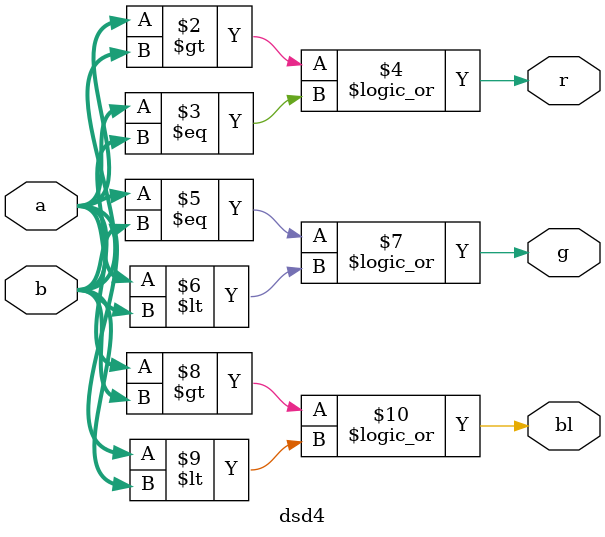
<source format=sv>
module dsd4(
 input logic [1:0] a,
 input logic [1:0] b,
 output logic r,
 output logic g,
 output logic bl
  );
  
 always_comb
  begin
  r = (a>b) || (a==b);
  g = (a==b) || (a<b);
  bl = (a>b) || (a < b);
 end
endmodule

</source>
